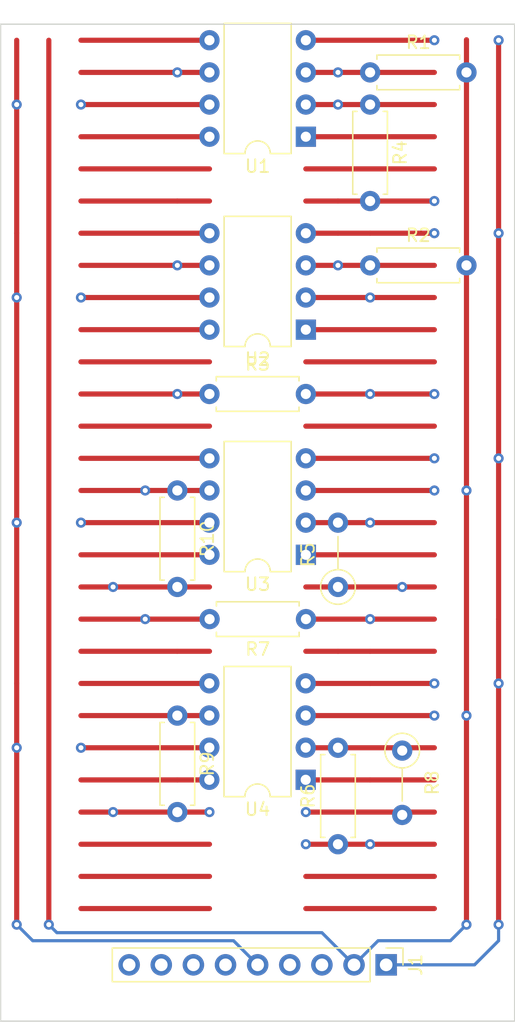
<source format=kicad_pcb>
(kicad_pcb (version 20211014) (generator pcbnew)
  (title_block (title "Eurorack ProtoModule") (date "2021-10-06") (rev "1.0") (company "Len Popp") (comment 1 "Copyright © 2022 Len Popp CC BY") (comment 2 "Layout design for my custom Eurorack breadboard prototyping module"))
  (layers (0 "F.Cu" signal) (1 "In1.Cu" jumper "Wire1.Cu") (2 "In2.Cu" jumper "Wire2.Cu") (3 "In3.Cu" jumper "Wire3.Cu") (4 "In4.Cu" jumper "Wire4.Cu") (31 "B.Cu" signal) (34 "B.Paste" user) (35 "F.Paste" user) (36 "B.SilkS" user "B.Silkscreen") (37 "F.SilkS" user "F.Silkscreen") (38 "B.Mask" user) (39 "F.Mask" user) (44 "Edge.Cuts" user))
  (net 0 "")
  (net 1 "+12V")
  (net 2 "GND")
  (net 3 "-12V")
  (net 4 "+5V")
  (net 5 "BUS-GATE")
  (net 6 "BUS-CV")
  (net 8 "IN-OUT-1")
  (net 9 "IN-OUT-2")
  (net 10 "Net-(R3-Pad1)")
  (net 11 "Net-(R4-Pad1)")
  (net 12 "unconnected-(U1-Pad1)")
  (net 13 "unconnected-(U1-Pad5)")
  (net 14 "unconnected-(U1-Pad8)")
  (net 15 "unconnected-(U2-Pad1)")
  (net 16 "unconnected-(U2-Pad5)")
  (net 17 "unconnected-(U2-Pad8)")
  (net 18 "Net-(R5-Pad2)")
  (net 19 "Net-(R6-Pad2)")
  (net 20 "Net-(R10-Pad1)")
  (net 21 "Net-(R9-Pad1)")
  (net 22 "unconnected-(U3-Pad1)")
  (net 23 "unconnected-(U3-Pad5)")
  (net 24 "unconnected-(U3-Pad8)")
  (net 25 "unconnected-(U4-Pad1)")
  (net 26 "unconnected-(U4-Pad5)")
  (net 27 "unconnected-(U4-Pad8)")
  (footprint "Connector_PinHeader_2.54mm:PinHeader_1x09_P2.54mm_Vertical" (layer "F.Cu") (at 113.03 98.425 -90)
    (fp_text reference "J1" (at 0 -2.33 90) (layer "F.SilkS"))
    (fp_text value "Conn_01x09")
    (fp_line (start -1.33 21.65) (end 1.33 21.65) (layer "F.SilkS") (width 0.12))
    (fp_line (start -1.33 1.27) (end -1.33 21.65) (layer "F.SilkS") (width 0.12))
    (fp_line (start 1.33 1.27) (end 1.33 21.65) (layer "F.SilkS") (width 0.12))
    (fp_line (start -1.33 -1.33) (end 0 -1.33) (layer "F.SilkS") (width 0.12))
    (fp_line (start -1.33 1.27) (end 1.33 1.27) (layer "F.SilkS") (width 0.12))
    (fp_line (start -1.33 0) (end -1.33 -1.33) (layer "F.SilkS") (width 0.12))
    (pad "1" thru_hole rect locked (at 0 0 270) (size 1.7 1.7) (drill 1) (layers *.Cu *.Mask) (net 3 "-12V"))
    (pad "2" thru_hole oval locked (at 0 2.54 270) (size 1.7 1.7) (drill 1) (layers *.Cu *.Mask) (net 2 "GND"))
    (pad "3" thru_hole oval locked (at 0 5.08 270) (size 1.7 1.7) (drill 1) (layers *.Cu *.Mask) (net 9 "IN-OUT-2"))
    (pad "4" thru_hole oval locked (at 0 7.62 270) (size 1.7 1.7) (drill 1) (layers *.Cu *.Mask) (net 8 "IN-OUT-1"))
    (pad "5" thru_hole oval locked (at 0 10.16 270) (size 1.7 1.7) (drill 1) (layers *.Cu *.Mask) (net 1 "+12V"))
    (pad "6" thru_hole oval locked (at 0 12.7 270) (size 1.7 1.7) (drill 1) (layers *.Cu *.Mask))
    (pad "7" thru_hole oval locked (at 0 15.24 270) (size 1.7 1.7) (drill 1) (layers *.Cu *.Mask) (net 4 "+5V"))
    (pad "8" thru_hole oval locked (at 0 17.78 270) (size 1.7 1.7) (drill 1) (layers *.Cu *.Mask) (net 6 "BUS-CV"))
    (pad "9" thru_hole oval locked (at 0 20.32 270) (size 1.7 1.7) (drill 1) (layers *.Cu *.Mask) (net 5 "BUS-GATE"))
  )
  (footprint "Package_DIP:DIP-8_W7.62mm" (layer "F.Cu") (at 106.68 48.26 180)
    (fp_text reference "U2" (at 3.81 -2.33) (layer "F.SilkS"))
    (fp_text value "TL071")
    (fp_line (start 1.16 -1.33) (end 1.16 8.95) (layer "F.SilkS") (width 0.12))
    (fp_line (start 6.46 8.95) (end 6.46 -1.33) (layer "F.SilkS") (width 0.12))
    (fp_line (start 6.46 -1.33) (end 4.81 -1.33) (layer "F.SilkS") (width 0.12))
    (fp_line (start 1.16 8.95) (end 6.46 8.95) (layer "F.SilkS") (width 0.12))
    (fp_line (start 2.81 -1.33) (end 1.16 -1.33) (layer "F.SilkS") (width 0.12))
    (fp_arc (start 4.81 -1.33) (mid 3.81 -0.33) (end 2.81 -1.33) (layer "F.SilkS") (width 0.12))
    (pad "1" thru_hole rect (at 0 0 180) (size 1.6 1.6) (drill 0.8) (layers *.Cu *.Mask) (net 15 "unconnected-(U2-Pad1)"))
    (pad "2" thru_hole oval (at 0 2.54 180) (size 1.6 1.6) (drill 0.8) (layers *.Cu *.Mask) (net 9 "IN-OUT-2"))
    (pad "3" thru_hole oval (at 0 5.08 180) (size 1.6 1.6) (drill 0.8) (layers *.Cu *.Mask) (net 6 "BUS-CV"))
    (pad "4" thru_hole oval (at 0 7.62 180) (size 1.6 1.6) (drill 0.8) (layers *.Cu *.Mask) (net 3 "-12V"))
    (pad "5" thru_hole oval (at 7.62 7.62 180) (size 1.6 1.6) (drill 0.8) (layers *.Cu *.Mask) (net 16 "unconnected-(U2-Pad5)"))
    (pad "6" thru_hole oval (at 7.62 5.08 180) (size 1.6 1.6) (drill 0.8) (layers *.Cu *.Mask) (net 10 "Net-(R3-Pad1)"))
    (pad "7" thru_hole oval (at 7.62 2.54 180) (size 1.6 1.6) (drill 0.8) (layers *.Cu *.Mask) (net 1 "+12V"))
    (pad "8" thru_hole oval (at 7.62 0 180) (size 1.6 1.6) (drill 0.8) (layers *.Cu *.Mask) (net 17 "unconnected-(U2-Pad8)"))
  )
  (footprint "-lmp-stripboard:SB_Gen_2" (layer "F.Cu") (at 109.22 68.58 90)
    (fp_text reference "R5" (at 2.54 -2.37 90) (layer "F.SilkS"))
    (fp_text value "100k")
    (fp_line (start 1.37 0) (end 3.98 0) (layer "F.SilkS") (width 0.12))
    (fp_circle (center 0 0) (end 1.37 0) (layer "F.SilkS") (width 0.12) (fill none))
    (pad "1" thru_hole circle locked (at 0 0 90) (size 1.6 1.6) (drill 0.8) (layers *.Cu *.Mask) (net 6 "BUS-CV"))
    (pad "2" thru_hole oval locked (at 5.08 0 90) (size 1.6 1.6) (drill 0.8) (layers *.Cu *.Mask) (net 18 "Net-(R5-Pad2)"))
  )
  (footprint "Package_DIP:DIP-8_W7.62mm" (layer "F.Cu") (at 106.68 66.04 180)
    (fp_text reference "U3" (at 3.81 -2.33) (layer "F.SilkS"))
    (fp_text value "TL071")
    (fp_line (start 1.16 -1.33) (end 1.16 8.95) (layer "F.SilkS") (width 0.12))
    (fp_line (start 6.46 8.95) (end 6.46 -1.33) (layer "F.SilkS") (width 0.12))
    (fp_line (start 6.46 -1.33) (end 4.81 -1.33) (layer "F.SilkS") (width 0.12))
    (fp_line (start 2.81 -1.33) (end 1.16 -1.33) (layer "F.SilkS") (width 0.12))
    (fp_line (start 1.16 8.95) (end 6.46 8.95) (layer "F.SilkS") (width 0.12))
    (fp_arc (start 4.81 -1.33) (mid 3.81 -0.33) (end 2.81 -1.33) (layer "F.SilkS") (width 0.12))
    (pad "1" thru_hole rect (at 0 0 180) (size 1.6 1.6) (drill 0.8) (layers *.Cu *.Mask) (net 22 "unconnected-(U3-Pad1)"))
    (pad "2" thru_hole oval (at 0 2.54 180) (size 1.6 1.6) (drill 0.8) (layers *.Cu *.Mask) (net 18 "Net-(R5-Pad2)"))
    (pad "3" thru_hole oval (at 0 5.08 180) (size 1.6 1.6) (drill 0.8) (layers *.Cu *.Mask) (net 2 "GND"))
    (pad "4" thru_hole oval (at 0 7.62 180) (size 1.6 1.6) (drill 0.8) (layers *.Cu *.Mask) (net 3 "-12V"))
    (pad "5" thru_hole oval (at 7.62 7.62 180) (size 1.6 1.6) (drill 0.8) (layers *.Cu *.Mask) (net 23 "unconnected-(U3-Pad5)"))
    (pad "6" thru_hole oval (at 7.62 5.08 180) (size 1.6 1.6) (drill 0.8) (layers *.Cu *.Mask) (net 20 "Net-(R10-Pad1)"))
    (pad "7" thru_hole oval (at 7.62 2.54 180) (size 1.6 1.6) (drill 0.8) (layers *.Cu *.Mask) (net 1 "+12V"))
    (pad "8" thru_hole oval (at 7.62 0 180) (size 1.6 1.6) (drill 0.8) (layers *.Cu *.Mask) (net 24 "unconnected-(U3-Pad8)"))
  )
  (footprint "-lmp-stripboard:SB_Gen_2" (layer "F.Cu") (at 114.3 81.505 -90)
    (fp_text reference "R8" (at 2.54 -2.37 -90) (layer "F.SilkS"))
    (fp_text value "100k")
    (fp_line (start 1.37 0) (end 3.98 0) (layer "F.SilkS") (width 0.12))
    (fp_circle (center 0 0) (end 1.37 0) (layer "F.SilkS") (width 0.12) (fill none))
    (pad "1" thru_hole circle locked (at 0 0 270) (size 1.6 1.6) (drill 0.8) (layers *.Cu *.Mask) (net 19 "Net-(R6-Pad2)"))
    (pad "2" thru_hole oval locked (at 5.08 0 270) (size 1.6 1.6) (drill 0.8) (layers *.Cu *.Mask) (net 9 "IN-OUT-2"))
  )
  (footprint "-lmp-misc:R_Axial_DIN0207_L6.3mm_D2.5mm_P7.62mm_Horizontal" (layer "F.Cu") (at 111.76 30.48 -90)
    (fp_text reference "R4" (at 3.81 -2.37 90) (layer "F.SilkS"))
    (fp_text value "270R")
    (fp_line (start 0.54 -1.37) (end 7.08 -1.37) (layer "F.SilkS") (width 0.12))
    (fp_line (start 0.54 -1.04) (end 0.54 -1.37) (layer "F.SilkS") (width 0.12))
    (fp_line (start 7.08 -1.37) (end 7.08 -1.04) (layer "F.SilkS") (width 0.12))
    (fp_line (start 7.08 1.37) (end 7.08 1.04) (layer "F.SilkS") (width 0.12))
    (fp_line (start 0.54 1.37) (end 7.08 1.37) (layer "F.SilkS") (width 0.12))
    (fp_line (start 0.54 1.04) (end 0.54 1.37) (layer "F.SilkS") (width 0.12))
    (pad "1" thru_hole circle locked (at 0 0 270) (size 1.6 1.6) (drill 0.8) (layers *.Cu *.Mask) (net 11 "Net-(R4-Pad1)"))
    (pad "2" thru_hole oval locked (at 7.62 0 270) (size 1.6 1.6) (drill 0.8) (layers *.Cu *.Mask) (net 9 "IN-OUT-2"))
  )
  (footprint "-lmp-misc:R_Axial_DIN0207_L6.3mm_D2.5mm_P7.62mm_Horizontal" (layer "F.Cu") (at 99.06 53.34)
    (fp_text reference "R3" (at 3.81 -2.37) (layer "F.SilkS"))
    (fp_text value "270R")
    (fp_line (start 0.54 1.37) (end 7.08 1.37) (layer "F.SilkS") (width 0.12))
    (fp_line (start 7.08 1.37) (end 7.08 1.04) (layer "F.SilkS") (width 0.12))
    (fp_line (start 0.54 -1.04) (end 0.54 -1.37) (layer "F.SilkS") (width 0.12))
    (fp_line (start 7.08 -1.37) (end 7.08 -1.04) (layer "F.SilkS") (width 0.12))
    (fp_line (start 0.54 1.04) (end 0.54 1.37) (layer "F.SilkS") (width 0.12))
    (fp_line (start 0.54 -1.37) (end 7.08 -1.37) (layer "F.SilkS") (width 0.12))
    (pad "1" thru_hole circle locked (at 0 0) (size 1.6 1.6) (drill 0.8) (layers *.Cu *.Mask) (net 10 "Net-(R3-Pad1)"))
    (pad "2" thru_hole oval locked (at 7.62 0) (size 1.6 1.6) (drill 0.8) (layers *.Cu *.Mask) (net 9 "IN-OUT-2"))
  )
  (footprint "-lmp-misc:R_Axial_DIN0207_L6.3mm_D2.5mm_P7.62mm_Horizontal" (layer "F.Cu") (at 96.52 78.74 -90)
    (fp_text reference "R9" (at 3.81 -2.37 90) (layer "F.SilkS"))
    (fp_text value "270R")
    (fp_line (start 7.08 -1.37) (end 7.08 -1.04) (layer "F.SilkS") (width 0.12))
    (fp_line (start 0.54 1.37) (end 7.08 1.37) (layer "F.SilkS") (width 0.12))
    (fp_line (start 0.54 1.04) (end 0.54 1.37) (layer "F.SilkS") (width 0.12))
    (fp_line (start 7.08 1.37) (end 7.08 1.04) (layer "F.SilkS") (width 0.12))
    (fp_line (start 0.54 -1.37) (end 7.08 -1.37) (layer "F.SilkS") (width 0.12))
    (fp_line (start 0.54 -1.04) (end 0.54 -1.37) (layer "F.SilkS") (width 0.12))
    (pad "1" thru_hole circle locked (at 0 0 270) (size 1.6 1.6) (drill 0.8) (layers *.Cu *.Mask) (net 21 "Net-(R9-Pad1)"))
    (pad "2" thru_hole oval locked (at 7.62 0 270) (size 1.6 1.6) (drill 0.8) (layers *.Cu *.Mask) (net 9 "IN-OUT-2"))
  )
  (footprint "-lmp-misc:R_Axial_DIN0207_L6.3mm_D2.5mm_P7.62mm_Horizontal" (layer "F.Cu") (at 106.69 71.12 180)
    (fp_text reference "R7" (at 3.81 -2.37) (layer "F.SilkS"))
    (fp_text value "100k")
    (fp_line (start 0.54 -1.37) (end 7.08 -1.37) (layer "F.SilkS") (width 0.12))
    (fp_line (start 0.54 1.04) (end 0.54 1.37) (layer "F.SilkS") (width 0.12))
    (fp_line (start 0.54 -1.04) (end 0.54 -1.37) (layer "F.SilkS") (width 0.12))
    (fp_line (start 0.54 1.37) (end 7.08 1.37) (layer "F.SilkS") (width 0.12))
    (fp_line (start 7.08 1.37) (end 7.08 1.04) (layer "F.SilkS") (width 0.12))
    (fp_line (start 7.08 -1.37) (end 7.08 -1.04) (layer "F.SilkS") (width 0.12))
    (pad "1" thru_hole circle locked (at 0 0 180) (size 1.6 1.6) (drill 0.8) (layers *.Cu *.Mask) (net 18 "Net-(R5-Pad2)"))
    (pad "2" thru_hole oval locked (at 7.62 0 180) (size 1.6 1.6) (drill 0.8) (layers *.Cu *.Mask) (net 20 "Net-(R10-Pad1)"))
  )
  (footprint "-lmp-misc:R_Axial_DIN0207_L6.3mm_D2.5mm_P7.62mm_Horizontal" (layer "F.Cu") (at 111.76 27.94)
    (fp_text reference "R1" (at 3.81 -2.37) (layer "F.SilkS"))
    (fp_text value "1M")
    (fp_line (start 0.54 1.37) (end 7.08 1.37) (layer "F.SilkS") (width 0.12))
    (fp_line (start 0.54 -1.37) (end 7.08 -1.37) (layer "F.SilkS") (width 0.12))
    (fp_line (start 0.54 -1.04) (end 0.54 -1.37) (layer "F.SilkS") (width 0.12))
    (fp_line (start 7.08 -1.37) (end 7.08 -1.04) (layer "F.SilkS") (width 0.12))
    (fp_line (start 7.08 1.37) (end 7.08 1.04) (layer "F.SilkS") (width 0.12))
    (fp_line (start 0.54 1.04) (end 0.54 1.37) (layer "F.SilkS") (width 0.12))
    (pad "1" thru_hole circle locked (at 0 0) (size 1.6 1.6) (drill 0.8) (layers *.Cu *.Mask) (net 6 "BUS-CV"))
    (pad "2" thru_hole oval locked (at 7.62 0) (size 1.6 1.6) (drill 0.8) (layers *.Cu *.Mask) (net 2 "GND"))
  )
  (footprint "Package_DIP:DIP-8_W7.62mm" (layer "F.Cu") (at 106.67 83.81 180)
    (fp_text reference "U4" (at 3.81 -2.33) (layer "F.SilkS"))
    (fp_text value "TL071")
    (fp_line (start 6.46 8.95) (end 6.46 -1.33) (layer "F.SilkS") (width 0.12))
    (fp_line (start 1.16 8.95) (end 6.46 8.95) (layer "F.SilkS") (width 0.12))
    (fp_line (start 6.46 -1.33) (end 4.81 -1.33) (layer "F.SilkS") (width 0.12))
    (fp_line (start 1.16 -1.33) (end 1.16 8.95) (layer "F.SilkS") (width 0.12))
    (fp_line (start 2.81 -1.33) (end 1.16 -1.33) (layer "F.SilkS") (width 0.12))
    (fp_arc (start 4.81 -1.33) (mid 3.81 -0.33) (end 2.81 -1.33) (layer "F.SilkS") (width 0.12))
    (pad "1" thru_hole rect (at 0 0 180) (size 1.6 1.6) (drill 0.8) (layers *.Cu *.Mask) (net 25 "unconnected-(U4-Pad1)"))
    (pad "2" thru_hole oval (at 0 2.54 180) (size 1.6 1.6) (drill 0.8) (layers *.Cu *.Mask) (net 19 "Net-(R6-Pad2)"))
    (pad "3" thru_hole oval (at 0 5.08 180) (size 1.6 1.6) (drill 0.8) (layers *.Cu *.Mask) (net 2 "GND"))
    (pad "4" thru_hole oval (at 0 7.62 180) (size 1.6 1.6) (drill 0.8) (layers *.Cu *.Mask) (net 3 "-12V"))
    (pad "5" thru_hole oval (at 7.62 7.62 180) (size 1.6 1.6) (drill 0.8) (layers *.Cu *.Mask) (net 26 "unconnected-(U4-Pad5)"))
    (pad "6" thru_hole oval (at 7.62 5.08 180) (size 1.6 1.6) (drill 0.8) (layers *.Cu *.Mask) (net 21 "Net-(R9-Pad1)"))
    (pad "7" thru_hole oval (at 7.62 2.54 180) (size 1.6 1.6) (drill 0.8) (layers *.Cu *.Mask) (net 1 "+12V"))
    (pad "8" thru_hole oval (at 7.62 0 180) (size 1.6 1.6) (drill 0.8) (layers *.Cu *.Mask) (net 27 "unconnected-(U4-Pad8)"))
  )
  (footprint "Package_DIP:DIP-8_W7.62mm" (layer "F.Cu") (at 106.68 33.02 180)
    (fp_text reference "U1" (at 3.81 -2.33) (layer "F.SilkS"))
    (fp_text value "TL071")
    (fp_line (start 6.46 8.95) (end 6.46 -1.33) (layer "F.SilkS") (width 0.12))
    (fp_line (start 1.16 8.95) (end 6.46 8.95) (layer "F.SilkS") (width 0.12))
    (fp_line (start 2.81 -1.33) (end 1.16 -1.33) (layer "F.SilkS") (width 0.12))
    (fp_line (start 1.16 -1.33) (end 1.16 8.95) (layer "F.SilkS") (width 0.12))
    (fp_line (start 6.46 -1.33) (end 4.81 -1.33) (layer "F.SilkS") (width 0.12))
    (fp_arc (start 4.81 -1.33) (mid 3.81 -0.33) (end 2.81 -1.33) (layer "F.SilkS") (width 0.12))
    (pad "1" thru_hole rect (at 0 0 180) (size 1.6 1.6) (drill 0.8) (layers *.Cu *.Mask) (net 12 "unconnected-(U1-Pad1)"))
    (pad "2" thru_hole oval (at 0 2.54 180) (size 1.6 1.6) (drill 0.8) (layers *.Cu *.Mask) (net 11 "Net-(R4-Pad1)"))
    (pad "3" thru_hole oval (at 0 5.08 180) (size 1.6 1.6) (drill 0.8) (layers *.Cu *.Mask) (net 6 "BUS-CV"))
    (pad "4" thru_hole oval (at 0 7.62 180) (size 1.6 1.6) (drill 0.8) (layers *.Cu *.Mask) (net 3 "-12V"))
    (pad "5" thru_hole oval (at 7.62 7.62 180) (size 1.6 1.6) (drill 0.8) (layers *.Cu *.Mask) (net 13 "unconnected-(U1-Pad5)"))
    (pad "6" thru_hole oval (at 7.62 5.08 180) (size 1.6 1.6) (drill 0.8) (layers *.Cu *.Mask) (net 11 "Net-(R4-Pad1)"))
    (pad "7" thru_hole oval (at 7.62 2.54 180) (size 1.6 1.6) (drill 0.8) (layers *.Cu *.Mask) (net 1 "+12V"))
    (pad "8" thru_hole oval (at 7.62 0 180) (size 1.6 1.6) (drill 0.8) (layers *.Cu *.Mask) (net 14 "unconnected-(U1-Pad8)"))
  )
  (footprint "-lmp-misc:R_Axial_DIN0207_L6.3mm_D2.5mm_P7.62mm_Horizontal" (layer "F.Cu") (at 96.52 60.96 -90)
    (fp_text reference "R10" (at 3.81 -2.37 90) (layer "F.SilkS"))
    (fp_text value "270R")
    (fp_line (start 0.54 -1.37) (end 7.08 -1.37) (layer "F.SilkS") (width 0.12))
    (fp_line (start 7.08 1.37) (end 7.08 1.04) (layer "F.SilkS") (width 0.12))
    (fp_line (start 0.54 1.37) (end 7.08 1.37) (layer "F.SilkS") (width 0.12))
    (fp_line (start 0.54 1.04) (end 0.54 1.37) (layer "F.SilkS") (width 0.12))
    (fp_line (start 0.54 -1.04) (end 0.54 -1.37) (layer "F.SilkS") (width 0.12))
    (fp_line (start 7.08 -1.37) (end 7.08 -1.04) (layer "F.SilkS") (width 0.12))
    (pad "1" thru_hole circle locked (at 0 0 270) (size 1.6 1.6) (drill 0.8) (layers *.Cu *.Mask) (net 20 "Net-(R10-Pad1)"))
    (pad "2" thru_hole oval locked (at 7.62 0 270) (size 1.6 1.6) (drill 0.8) (layers *.Cu *.Mask) (net 9 "IN-OUT-2"))
  )
  (footprint "-lmp-misc:R_Axial_DIN0207_L6.3mm_D2.5mm_P7.62mm_Horizontal" (layer "F.Cu") (at 109.22 88.9 90)
    (fp_text reference "R6" (at 3.81 -2.37 90) (layer "F.SilkS"))
    (fp_text value "100k")
    (fp_line (start 0.54 1.04) (end 0.54 1.37) (layer "F.SilkS") (width 0.12))
    (fp_line (start 7.08 -1.37) (end 7.08 -1.04) (layer "F.SilkS") (width 0.12))
    (fp_line (start 0.54 -1.04) (end 0.54 -1.37) (layer "F.SilkS") (width 0.12))
    (fp_line (start 0.54 1.37) (end 7.08 1.37) (layer "F.SilkS") (width 0.12))
    (fp_line (start 0.54 -1.37) (end 7.08 -1.37) (layer "F.SilkS") (width 0.12))
    (fp_line (start 7.08 1.37) (end 7.08 1.04) (layer "F.SilkS") (width 0.12))
    (pad "1" thru_hole circle locked (at 0 0 90) (size 1.6 1.6) (drill 0.8) (layers *.Cu *.Mask) (net 6 "BUS-CV"))
    (pad "2" thru_hole oval locked (at 7.62 0 90) (size 1.6 1.6) (drill 0.8) (layers *.Cu *.Mask) (net 19 "Net-(R6-Pad2)"))
  )
  (footprint "-lmp-misc:R_Axial_DIN0207_L6.3mm_D2.5mm_P7.62mm_Horizontal" (layer "F.Cu") (at 111.76 43.18)
    (fp_text reference "R2" (at 3.81 -2.37) (layer "F.SilkS"))
    (fp_text value "1M")
    (fp_line (start 7.08 -1.37) (end 7.08 -1.04) (layer "F.SilkS") (width 0.12))
    (fp_line (start 0.54 -1.04) (end 0.54 -1.37) (layer "F.SilkS") (width 0.12))
    (fp_line (start 0.54 -1.37) (end 7.08 -1.37) (layer "F.SilkS") (width 0.12))
    (fp_line (start 0.54 1.37) (end 7.08 1.37) (layer "F.SilkS") (width 0.12))
    (fp_line (start 7.08 1.37) (end 7.08 1.04) (layer "F.SilkS") (width 0.12))
    (fp_line (start 0.54 1.04) (end 0.54 1.37) (layer "F.SilkS") (width 0.12))
    (pad "1" thru_hole circle locked (at 0 0) (size 1.6 1.6) (drill 0.8) (layers *.Cu *.Mask) (net 6 "BUS-CV"))
    (pad "2" thru_hole oval locked (at 7.62 0) (size 1.6 1.6) (drill 0.8) (layers *.Cu *.Mask) (net 2 "GND"))
  )
  (gr_line (start 123.19 102.87) (end 82.55 102.87) (layer "Edge.Cuts") (width 0.1))
  (gr_line (start 123.19 24.13) (end 123.19 102.87) (layer "Edge.Cuts") (width 0.1))
  (gr_line (start 82.55 102.87) (end 82.55 24.13) (layer "Edge.Cuts") (width 0.1))
  (gr_line (start 82.55 24.13) (end 123.19 24.13) (layer "Edge.Cuts") (width 0.1))
  (segment (start 99.06 38.1) (end 96.52 38.1) (width 0.4064) (layer "F.Cu") (net 0))
  (segment (start 99.06 50.8) (end 88.9 50.8) (width 0.4064) (layer "F.Cu") (net 0))
  (segment (start 99.06 55.88) (end 88.9 55.88) (width 0.4064) (layer "F.Cu") (net 0))
  (segment (start 116.84 73.66) (end 111.76 73.66) (width 0.4064) (layer "F.Cu") (net 0))
  (segment (start 99.06 88.9) (end 88.9 88.9) (width 0.4064) (layer "F.Cu") (net 0))
  (segment (start 99.06 91.44) (end 88.9 91.44) (width 0.4064) (layer "F.Cu") (net 0))
  (segment (start 99.06 73.66) (end 96.52 73.66) (width 0.4064) (layer "F.Cu") (net 0))
  (segment (start 99.06 93.98) (end 88.9 93.98) (width 0.4064) (layer "F.Cu") (net 0))
  (segment (start 99.06 35.56) (end 88.9 35.56) (width 0.4064) (layer "F.Cu") (net 0))
  (segment (start 116.84 93.98) (end 106.68 93.98) (width 0.4064) (layer "F.Cu") (net 0))
  (segment (start 116.84 50.8) (end 106.68 50.8) (width 0.4064) (layer "F.Cu") (net 0))
  (segment (start 116.84 35.56) (end 106.68 35.56) (width 0.4064) (layer "F.Cu") (net 0))
  (segment (start 116.84 91.44) (end 106.68 91.44) (width 0.4064) (layer "F.Cu") (net 0))
  (segment (start 116.84 55.88) (end 106.68 55.88) (width 0.4064) (layer "F.Cu") (net 0))
  (segment (start 96.52 73.66) (end 88.9 73.66) (width 0.4064) (layer "F.Cu") (net 0))
  (segment (start 109.22 73.66) (end 106.68 73.66) (width 0.4064) (layer "F.Cu") (net 0))
  (segment (start 111.76 73.66) (end 109.22 73.66) (width 0.4064) (layer "F.Cu") (net 0))
  (segment (start 96.52 38.1) (end 88.9 38.1) (width 0.4064) (layer "F.Cu") (net 0))
  (segment (start 99.06 45.72) (end 88.9 45.72) (width 0.4064) (layer "F.Cu") (net 1))
  (segment (start 99.06 63.5) (end 88.9 63.5) (width 0.4064) (layer "F.Cu") (net 1))
  (segment (start 99.06 30.48) (end 88.9 30.48) (width 0.4064) (layer "F.Cu") (net 1))
  (segment (start 99.06 81.28) (end 88.9 81.28) (width 0.4064) (layer "F.Cu") (net 1))
  (segment (start 83.82 95.25) (end 83.82 95.25) (width 0.4064) (layer "F.Cu") (net 1))
  (segment (start 83.82 76.2) (end 83.82 81.28) (width 0.4064) (layer "F.Cu") (net 1))
  (segment (start 83.82 81.28) (end 83.82 95.25) (width 0.4064) (layer "F.Cu") (net 1))
  (segment (start 83.82 63.5) (end 83.82 76.2) (width 0.4064) (layer "F.Cu") (net 1))
  (segment (start 83.82 40.64) (end 83.82 63.5) (width 0.4064) (layer "F.Cu") (net 1))
  (segment (start 83.82 25.4) (end 83.82 40.64) (width 0.4064) (layer "F.Cu") (net 1))
  (via (at 88.9 81.28) (size 0.8) (drill 0.4) (layers "F.Cu" "B.Cu") (net 1))
  (via (at 83.82 95.25) (size 0.8) (drill 0.4) (layers "F.Cu" "B.Cu") (net 1))
  (via (at 83.82 81.28) (size 0.8) (drill 0.4) (layers "F.Cu" "B.Cu") (net 1))
  (via (at 88.9 30.48) (size 0.8) (drill 0.4) (layers "F.Cu" "B.Cu") (net 1))
  (via (at 83.82 30.48) (size 0.8) (drill 0.4) (layers "F.Cu" "B.Cu") (net 1))
  (via (at 88.9 45.72) (size 0.8) (drill 0.4) (layers "F.Cu" "B.Cu") (net 1))
  (via (at 83.82 63.5) (size 0.8) (drill 0.4) (layers "F.Cu" "B.Cu") (net 1))
  (via (at 83.82 45.72) (size 0.8) (drill 0.4) (layers "F.Cu" "B.Cu") (net 1))
  (via (at 88.9 63.5) (size 0.8) (drill 0.4) (layers "F.Cu" "B.Cu") (net 1))
  (segment (start 102.87 98.425) (end 100.965 96.52) (width 0.25) (layer "B.Cu") (net 1))
  (segment (start 85.09 96.52) (end 84.219999 95.649999) (width 0.25) (layer "B.Cu") (net 1))
  (segment (start 100.965 96.52) (end 85.09 96.52) (width 0.25) (layer "B.Cu") (net 1))
  (segment (start 84.219999 95.649999) (end 83.82 95.25) (width 0.25) (layer "B.Cu") (net 1))
  (segment (start 86.36 25.4) (end 86.36 95.25) (width 0.4064) (layer "F.Cu") (net 2))
  (segment (start 116.84 78.74) (end 106.68 78.74) (width 0.4064) (layer "F.Cu") (net 2))
  (segment (start 119.38 25.36) (end 119.38 60.96) (width 0.4064) (layer "F.Cu") (net 2))
  (segment (start 116.84 60.96) (end 106.68 60.96) (width 0.4064) (layer "F.Cu") (net 2))
  (segment (start 119.38 95.25) (end 119.38 95.25) (width 0.4064) (layer "F.Cu") (net 2))
  (segment (start 86.36 95.25) (end 86.36 95.25) (width 0.4064) (layer "F.Cu") (net 2))
  (segment (start 119.38 60.96) (end 119.38 78.74) (width 0.4064) (layer "F.Cu") (net 2))
  (segment (start 119.38 78.74) (end 119.38 95.25) (width 0.4064) (layer "F.Cu") (net 2))
  (via (at 119.38 95.25) (size 0.8) (drill 0.4) (layers "F.Cu" "B.Cu") (net 2))
  (via (at 86.36 95.25) (size 0.8) (drill 0.4) (layers "F.Cu" "B.Cu") (net 2))
  (via (at 119.38 60.96) (size 0.8) (drill 0.4) (layers "F.Cu" "B.Cu") (net 2))
  (via (at 116.84 60.96) (size 0.8) (drill 0.4) (layers "F.Cu" "B.Cu") (net 2))
  (via (at 119.38 78.74) (size 0.8) (drill 0.4) (layers "F.Cu" "B.Cu") (net 2))
  (via (at 116.84 78.74) (size 0.8) (drill 0.4) (layers "F.Cu" "B.Cu") (net 2))
  (segment (start 86.36 95.25) (end 86.995 95.885) (width 0.25) (layer "B.Cu") (net 2))
  (segment (start 107.95 95.885) (end 110.49 98.425) (width 0.25) (layer "B.Cu") (net 2))
  (segment (start 112.395 96.52) (end 110.49 98.425) (width 0.25) (layer "B.Cu") (net 2))
  (segment (start 119.38 95.25) (end 118.11 96.52) (width 0.25) (layer "B.Cu") (net 2))
  (segment (start 118.11 96.52) (end 112.395 96.52) (width 0.25) (layer "B.Cu") (net 2))
  (segment (start 86.995 95.885) (end 107.95 95.885) (width 0.25) (layer "B.Cu") (net 2))
  (segment (start 116.84 40.64) (end 111.76 40.64) (width 0.4064) (layer "F.Cu") (net 3))
  (segment (start 116.84 76.2) (end 111.76 76.2) (width 0.4064) (layer "F.Cu") (net 3))
  (segment (start 116.84 25.4) (end 106.68 25.4) (width 0.4064) (layer "F.Cu") (net 3))
  (segment (start 116.84 58.42) (end 106.68 58.42) (width 0.4064) (layer "F.Cu") (net 3))
  (segment (start 121.92 95.25) (end 121.92 95.25) (width 0.4064) (layer "F.Cu") (net 3))
  (segment (start 121.92 25.4) (end 121.92 58.42) (width 0.4064) (layer "F.Cu") (net 3))
  (segment (start 121.92 58.42) (end 121.92 71.12) (width 0.4064) (layer "F.Cu") (net 3))
  (segment (start 121.92 71.12) (end 121.92 76.2) (width 0.4064) (layer "F.Cu") (net 3))
  (segment (start 111.76 76.2) (end 106.68 76.2) (width 0.4064) (layer "F.Cu") (net 3))
  (segment (start 121.92 76.2) (end 121.92 95.25) (width 0.4064) (layer "F.Cu") (net 3))
  (segment (start 109.22 40.64) (end 106.68 40.64) (width 0.4064) (layer "F.Cu") (net 3))
  (segment (start 111.76 40.64) (end 109.22 40.64) (width 0.4064) (layer "F.Cu") (net 3))
  (via (at 121.92 58.42) (size 0.8) (drill 0.4) (layers "F.Cu" "B.Cu") (net 3))
  (via (at 116.84 58.42) (size 0.8) (drill 0.4) (layers "F.Cu" "B.Cu") (net 3))
  (via (at 116.84 40.64) (size 0.8) (drill 0.4) (layers "F.Cu" "B.Cu") (net 3))
  (via (at 116.84 25.4) (size 0.8) (drill 0.4) (layers "F.Cu" "B.Cu") (net 3))
  (via (at 116.84 76.2) (size 0.8) (drill 0.4) (layers "F.Cu" "B.Cu") (net 3))
  (via (at 121.92 95.25) (size 0.8) (drill 0.4) (layers "F.Cu" "B.Cu") (net 3))
  (via (at 121.92 40.64) (size 0.8) (drill 0.4) (layers "F.Cu" "B.Cu") (net 3))
  (via (at 121.92 25.4) (size 0.8) (drill 0.4) (layers "F.Cu" "B.Cu") (net 3))
  (via (at 121.92 76.2) (size 0.8) (drill 0.4) (layers "F.Cu" "B.Cu") (net 3))
  (segment (start 121.92 95.25) (end 121.92 96.52) (width 0.25) (layer "B.Cu") (net 3))
  (segment (start 120.015 98.425) (end 113.03 98.425) (width 0.25) (layer "B.Cu") (net 3))
  (segment (start 121.92 96.52) (end 120.015 98.425) (width 0.25) (layer "B.Cu") (net 3))
  (segment (start 116.84 88.9) (end 111.76 88.9) (width 0.4064) (layer "F.Cu") (net 6))
  (segment (start 116.84 43.18) (end 106.68 43.18) (width 0.4064) (layer "F.Cu") (net 6))
  (segment (start 116.84 27.94) (end 106.68 27.94) (width 0.4064) (layer "F.Cu") (net 6))
  (segment (start 111.76 88.9) (end 106.68 88.9) (width 0.4064) (layer "F.Cu") (net 6))
  (segment (start 116.84 68.58) (end 114.3 68.58) (width 0.4064) (layer "F.Cu") (net 6))
  (segment (start 114.3 68.58) (end 106.68 68.58) (width 0.4064) (layer "F.Cu") (net 6))
  (via (at 114.3 68.58) (size 0.8) (drill 0.4) (layers "F.Cu" "B.Cu") (net 6))
  (via (at 106.68 88.9) (size 0.8) (drill 0.4) (layers "F.Cu" "B.Cu") (net 6))
  (via (at 109.22 43.18) (size 0.8) (drill 0.4) (layers "F.Cu" "B.Cu") (net 6))
  (via (at 109.22 27.94) (size 0.8) (drill 0.4) (layers "F.Cu" "B.Cu") (net 6))
  (via (at 111.76 88.9) (size 0.8) (drill 0.4) (layers "F.Cu" "B.Cu") (net 6))
  (segment (start 116.84 86.36) (end 106.68 86.36) (width 0.4064) (layer "F.Cu") (net 9))
  (segment (start 116.84 38.1) (end 109.22 38.1) (width 0.4064) (layer "F.Cu") (net 9))
  (segment (start 116.84 53.34) (end 106.68 53.34) (width 0.4064) (layer "F.Cu") (net 9))
  (segment (start 116.84 45.72) (end 106.68 45.72) (width 0.4064) (layer "F.Cu") (net 9))
  (segment (start 99.06 86.36) (end 91.44 86.36) (width 0.4064) (layer "F.Cu") (net 9))
  (segment (start 91.44 68.58) (end 88.9 68.58) (width 0.4064) (layer "F.Cu") (net 9))
  (segment (start 91.44 86.36) (end 88.9 86.36) (width 0.4064) (layer "F.Cu") (net 9))
  (segment (start 109.22 38.1) (end 106.68 38.1) (width 0.4064) (layer "F.Cu") (net 9))
  (segment (start 99.06 68.58) (end 91.44 68.58) (width 0.4064) (layer "F.Cu") (net 9))
  (via (at 91.44 68.58) (size 0.8) (drill 0.4) (layers "F.Cu" "B.Cu") (net 9))
  (via (at 111.76 45.72) (size 0.8) (drill 0.4) (layers "F.Cu" "B.Cu") (net 9))
  (via (at 116.84 38.1) (size 0.8) (drill 0.4) (layers "F.Cu" "B.Cu") (net 9))
  (via (at 111.76 53.34) (size 0.8) (drill 0.4) (layers "F.Cu" "B.Cu") (net 9))
  (via (at 91.44 86.36) (size 0.8) (drill 0.4) (layers "F.Cu" "B.Cu") (net 9))
  (via (at 116.84 53.34) (size 0.8) (drill 0.4) (layers "F.Cu" "B.Cu") (net 9))
  (via (at 99.06 86.36) (size 0.8) (drill 0.4) (layers "F.Cu" "B.Cu") (net 9))
  (via (at 106.68 86.36) (size 0.8) (drill 0.4) (layers "F.Cu" "B.Cu") (net 9))
  (segment (start 99.06 43.18) (end 88.9 43.18) (width 0.4064) (layer "F.Cu") (net 10))
  (segment (start 99.06 53.34) (end 88.9 53.34) (width 0.4064) (layer "F.Cu") (net 10))
  (via (at 96.52 43.18) (size 0.8) (drill 0.4) (layers "F.Cu" "B.Cu") (net 10))
  (via (at 96.52 53.34) (size 0.8) (drill 0.4) (layers "F.Cu" "B.Cu") (net 10))
  (segment (start 99.06 27.94) (end 88.9 27.94) (width 0.4064) (layer "F.Cu") (net 11))
  (segment (start 116.84 30.48) (end 106.68 30.48) (width 0.4064) (layer "F.Cu") (net 11))
  (via (at 109.22 30.48) (size 0.8) (drill 0.4) (layers "F.Cu" "B.Cu") (net 11))
  (via (at 96.52 27.94) (size 0.8) (drill 0.4) (layers "F.Cu" "B.Cu") (net 11))
  (segment (start 116.84 33.02) (end 106.68 33.02) (width 0.4064) (layer "F.Cu") (net 12))
  (segment (start 99.06 25.4) (end 88.9 25.4) (width 0.4064) (layer "F.Cu") (net 13))
  (segment (start 99.06 33.02) (end 88.9 33.02) (width 0.4064) (layer "F.Cu") (net 14))
  (segment (start 116.84 48.26) (end 106.68 48.26) (width 0.4064) (layer "F.Cu") (net 15))
  (segment (start 99.06 40.64) (end 88.9 40.64) (width 0.4064) (layer "F.Cu") (net 16))
  (segment (start 99.06 48.26) (end 88.9 48.26) (width 0.4064) (layer "F.Cu") (net 17))
  (segment (start 116.84 71.12) (end 111.76 71.12) (width 0.4064) (layer "F.Cu") (net 18))
  (segment (start 116.84 63.5) (end 111.76 63.5) (width 0.4064) (layer "F.Cu") (net 18))
  (segment (start 111.76 71.12) (end 106.68 71.12) (width 0.4064) (layer "F.Cu") (net 18))
  (segment (start 111.76 63.5) (end 106.68 63.5) (width 0.4064) (layer "F.Cu") (net 18))
  (via (at 111.76 63.5) (size 0.8) (drill 0.4) (layers "F.Cu" "B.Cu") (net 18))
  (via (at 111.76 71.12) (size 0.8) (drill 0.4) (layers "F.Cu" "B.Cu") (net 18))
  (segment (start 116.84 81.28) (end 106.68 81.28) (width 0.4064) (layer "F.Cu") (net 19))
  (segment (start 99.06 60.96) (end 93.98 60.96) (width 0.4064) (layer "F.Cu") (net 20))
  (segment (start 99.06 71.12) (end 93.98 71.12) (width 0.4064) (layer "F.Cu") (net 20))
  (segment (start 93.98 71.12) (end 88.9 71.12) (width 0.4064) (layer "F.Cu") (net 20))
  (segment (start 93.98 60.96) (end 88.9 60.96) (width 0.4064) (layer "F.Cu") (net 20))
  (via (at 93.98 71.12) (size 0.8) (drill 0.4) (layers "F.Cu" "B.Cu") (net 20))
  (via (at 93.98 60.96) (size 0.8) (drill 0.4) (layers "F.Cu" "B.Cu") (net 20))
  (segment (start 99.06 78.74) (end 88.9 78.74) (width 0.4064) (layer "F.Cu") (net 21))
  (segment (start 116.84 66.04) (end 106.68 66.04) (width 0.4064) (layer "F.Cu") (net 22))
  (segment (start 99.06 58.42) (end 88.9 58.42) (width 0.4064) (layer "F.Cu") (net 23))
  (segment (start 99.06 66.04) (end 88.9 66.04) (width 0.4064) (layer "F.Cu") (net 24))
  (segment (start 116.84 83.82) (end 111.76 83.82) (width 0.4064) (layer "F.Cu") (net 25))
  (segment (start 111.76 83.82) (end 106.68 83.82) (width 0.4064) (layer "F.Cu") (net 25))
  (segment (start 99.06 76.2) (end 88.9 76.2) (width 0.4064) (layer "F.Cu") (net 26))
  (segment (start 99.06 83.82) (end 96.52 83.82) (width 0.4064) (layer "F.Cu") (net 27))
  (segment (start 96.52 83.82) (end 88.9 83.82) (width 0.4064) (layer "F.Cu") (net 27))
)
</source>
